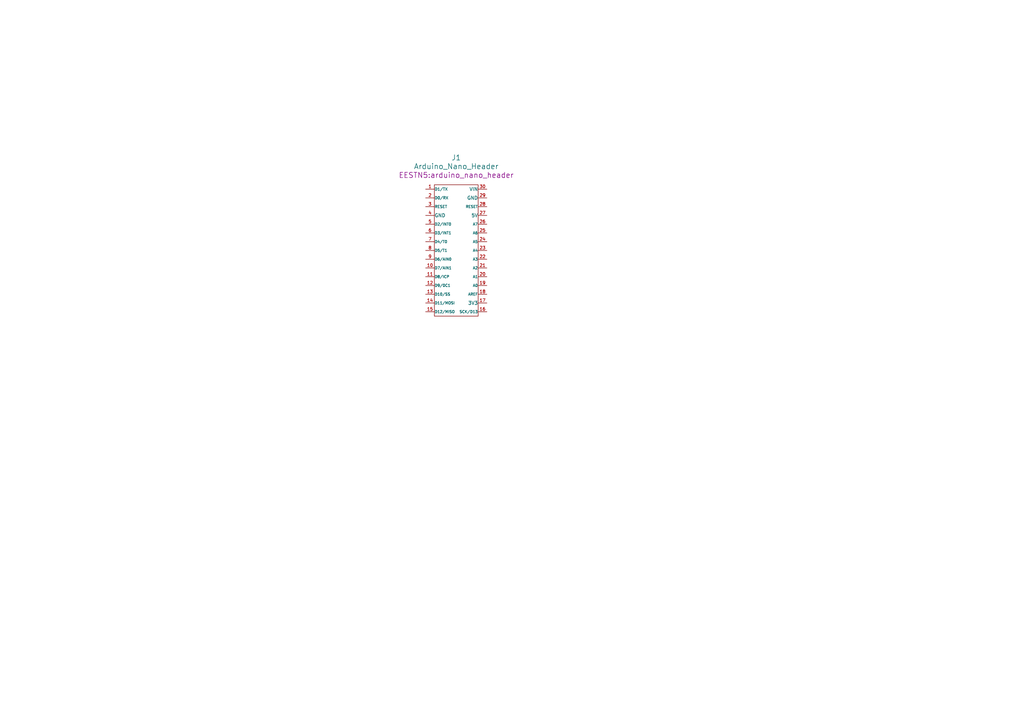
<source format=kicad_sch>
(kicad_sch (version 20230121) (generator eeschema)
  (paper "A4")
  (lib_symbols
    (symbol "EESTN5:Arduino_Nano_Header" (pin_names (offset 0.0254))
      (property "Reference" "J" (at 0 20.32 0))
      (property "Value" "Arduino_Nano_Header" (at 0 -20.32 0))
      (symbol "Arduino_Nano_Header_0_1"
        (rectangle (start 6.35 -19.05) (end -6.35 19.05))
      )
      (symbol "Arduino_Nano_Header_1_1"
        (pin passive line (at -8.89 17.78 0) (length 2.54) (name "D1/TX") (number "1"))
        (pin passive line (at -8.89 -5.08 0) (length 2.54) (name "D7/AIN1") (number "10"))
        (pin passive line (at -8.89 -7.62 0) (length 2.54) (name "D8/ICP") (number "11"))
        (pin passive line (at -8.89 -10.16 0) (length 2.54) (name "D9/0C1") (number "12"))
        (pin passive line (at -8.89 -12.7 0) (length 2.54) (name "D10/SS") (number "13"))
        (pin passive line (at -8.89 -15.24 0) (length 2.54) (name "D11/MOSI") (number "14"))
        (pin passive line (at -8.89 -17.78 0) (length 2.54) (name "D12/MISO") (number "15"))
        (pin passive line (at 8.89 -17.78 180) (length 2.54) (name "SCK/D13") (number "16"))
        (pin passive line (at 8.89 -15.24 180) (length 2.54) (name "3V3") (number "17"))
        (pin passive line (at 8.89 -12.7 180) (length 2.54) (name "AREF") (number "18"))
        (pin passive line (at 8.89 -10.16 180) (length 2.54) (name "A0") (number "19"))
        (pin passive line (at -8.89 15.24 0) (length 2.54) (name "D0/RX") (number "2"))
        (pin passive line (at 8.89 -7.62 180) (length 2.54) (name "A1") (number "20"))
        (pin passive line (at 8.89 -5.08 180) (length 2.54) (name "A2") (number "21"))
        (pin passive line (at 8.89 -2.54 180) (length 2.54) (name "A3") (number "22"))
        (pin passive line (at 8.89 0 180) (length 2.54) (name "A4") (number "23"))
        (pin passive line (at 8.89 2.54 180) (length 2.54) (name "A5") (number "24"))
        (pin passive line (at 8.89 5.08 180) (length 2.54) (name "A6") (number "25"))
        (pin passive line (at 8.89 7.62 180) (length 2.54) (name "A7") (number "26"))
        (pin passive line (at 8.89 10.16 180) (length 2.54) (name "5V") (number "27"))
        (pin passive line (at 8.89 12.7 180) (length 2.54) (name "RESET") (number "28"))
        (pin passive line (at 8.89 15.24 180) (length 2.54) (name "GND") (number "29"))
        (pin passive line (at -8.89 12.7 0) (length 2.54) (name "RESET") (number "3"))
        (pin passive line (at 8.89 17.78 180) (length 2.54) (name "VIN") (number "30"))
        (pin passive line (at -8.89 10.16 0) (length 2.54) (name "GND") (number "4"))
        (pin passive line (at -8.89 7.62 0) (length 2.54) (name "D2/INT0") (number "5"))
        (pin passive line (at -8.89 5.08 0) (length 2.54) (name "D3/INT1") (number "6"))
        (pin passive line (at -8.89 2.54 0) (length 2.54) (name "D4/T0") (number "7"))
        (pin passive line (at -8.89 0 0) (length 2.54) (name "D5/T1") (number "8"))
        (pin passive line (at -8.89 -2.54 0) (length 2.54) (name "D6/AIN0") (number "9"))
      )
    )
  )
  (symbol (lib_id "EESTN5:Arduino_Nano_Header") (at 132.334 72.644 0) (unit 1)
    (property "Reference" "J1" (at 132.334 45.72 0) (effects (font (size 1.524 1.524))))
    (property "Value" "Arduino_Nano_Header" (at 132.334 48.26 0) (effects (font (size 1.524 1.524))))
    (property "Footprint" "EESTN5:arduino_nano_header" (at 132.334 50.8 0) (effects (font (size 1.524 1.524))))
  )
)
</source>
